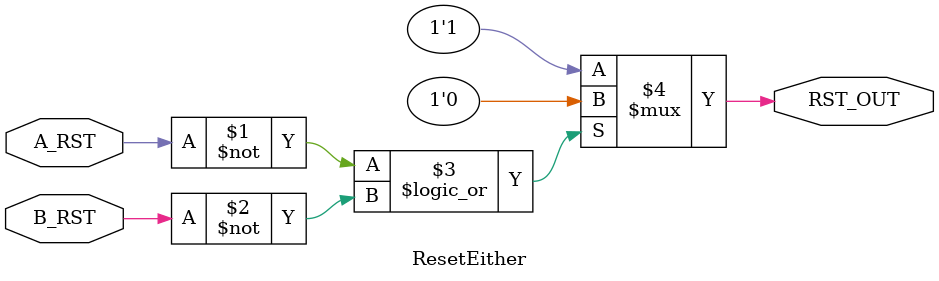
<source format=v>


// Permission is hereby granted, free of charge, to any person obtaining a copy
// of this software and associated documentation files (the "Software"), to deal
// in the Software without restriction, including without limitation the rights
// to use, copy, modify, merge, publish, distribute, sublicense, and/or sell
// copies of the Software, and to permit persons to whom the Software is
// furnished to do so, subject to the following conditions:

// The above copyright notice and this permission notice shall be included in
// all copies or substantial portions of the Software.

// THE SOFTWARE IS PROVIDED "AS IS", WITHOUT WARRANTY OF ANY KIND, EXPRESS OR
// IMPLIED, INCLUDING BUT NOT LIMITED TO THE WARRANTIES OF MERCHANTABILITY,
// FITNESS FOR A PARTICULAR PURPOSE AND NONINFRINGEMENT. IN NO EVENT SHALL THE
// AUTHORS OR COPYRIGHT HOLDERS BE LIABLE FOR ANY CLAIM, DAMAGES OR OTHER
// LIABILITY, WHETHER IN AN ACTION OF CONTRACT, TORT OR OTHERWISE, ARISING FROM,
// OUT OF OR IN CONNECTION WITH THE SOFTWARE OR THE USE OR OTHER DEALINGS IN
// THE SOFTWARE.
//
// $Revision: 29442 $
// $Date: 2012-08-27 21:58:10 +0000 (Mon, 27 Aug 2012) $

`ifdef BSV_ASSIGNMENT_DELAY
`else
`define BSV_ASSIGNMENT_DELAY
`endif

`ifdef BSV_POSITIVE_RESET
  `define BSV_RESET_VALUE 1'b1
  `define BSV_RESET_EDGE posedge
`else
  `define BSV_RESET_VALUE 1'b0
  `define BSV_RESET_EDGE negedge
`endif



// A separate module which instantiates a simple reset combining primitive.
// The primitive is simply an AND gate for negative resets,  an OR gate for positive resets.
module ResetEither(A_RST,
                   B_RST,
                   RST_OUT
                  ) ;

   input            A_RST;
   input            B_RST;

   output           RST_OUT;

   assign RST_OUT = ((A_RST == `BSV_RESET_VALUE) || (B_RST == `BSV_RESET_VALUE)) ? `BSV_RESET_VALUE : ~ `BSV_RESET_VALUE;

endmodule

</source>
